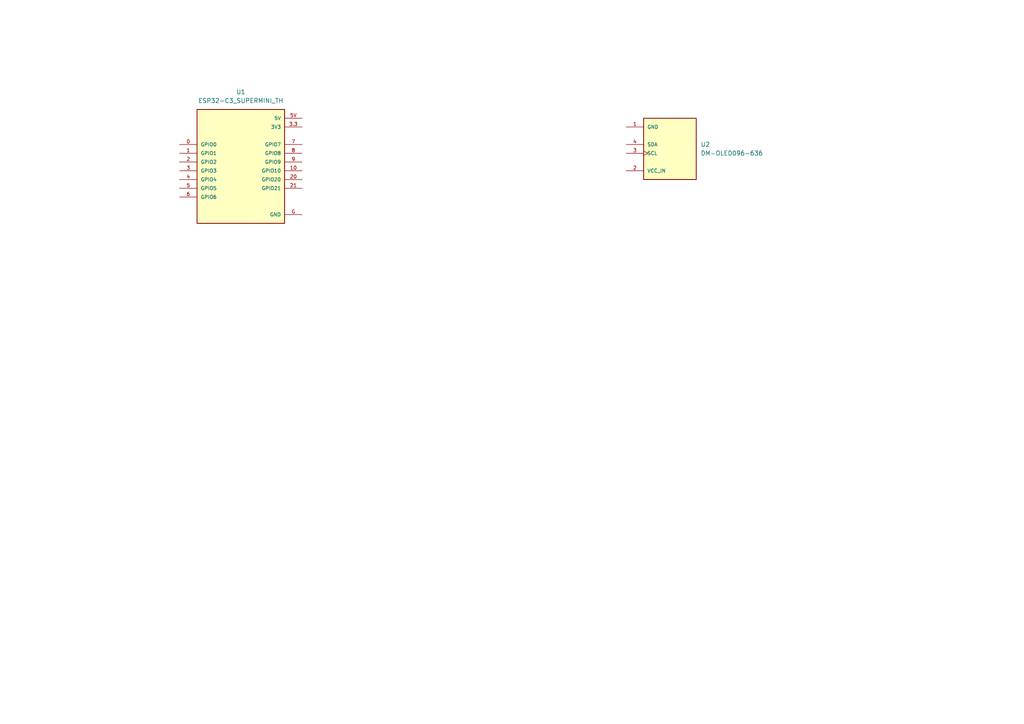
<source format=kicad_sch>
(kicad_sch (version 20250114) (generator "eeschema") (generator_version "9.0")
  (paper "A4")
  (lib_symbols
    (symbol "DM-OLED096-636:DM-OLED096-636" (pin_names (offset 1.016))
      (property "Reference" "U" (at -7.62 10.922 0))
      (property "Value" "DM-OLED096-636" (at -7.62 -10.16 0))
      (symbol "DM-OLED096-636_0_0"
        (rectangle (start -7.62 -7.62) (end 7.62 10.16) (stroke (width 0.254)) (fill (type background)))
        (pin power_in line (at 12.7 7.62 180) (length 5.08) (name "VCC_IN") (number "2"))
        (pin input clock (at 12.7 2.54 180) (length 5.08) (name "SCL") (number "3"))
        (pin bidirectional line (at 12.7 0 180) (length 5.08) (name "SDA") (number "4"))
        (pin power_in line (at 12.7 -5.08 180) (length 5.08) (name "GND") (number "1"))
      )
    )
    (symbol "ESP32-C3_SUPERMINI_TH:ESP32-C3_SUPERMINI_TH" (pin_names (offset 1.016))
      (property "Reference" "U" (at -12.7 16.002 0))
      (property "Value" "ESP32-C3_SUPERMINI_TH" (at -12.7 -20.32 0))
      (symbol "ESP32-C3_SUPERMINI_TH_0_0"
        (rectangle (start -12.7 -17.78) (end 12.7 15.24) (stroke (width 0.254)) (fill (type background)))
        (pin bidirectional line (at -17.78 5.08 0) (length 5.08) (name "GPIO0") (number "0"))
        (pin bidirectional line (at -17.78 2.54 0) (length 5.08) (name "GPIO1") (number "1"))
        (pin bidirectional line (at -17.78 0 0) (length 5.08) (name "GPIO2") (number "2"))
        (pin bidirectional line (at -17.78 -2.54 0) (length 5.08) (name "GPIO3") (number "3"))
        (pin bidirectional line (at -17.78 -5.08 0) (length 5.08) (name "GPIO4") (number "4"))
        (pin bidirectional line (at -17.78 -7.62 0) (length 5.08) (name "GPIO5") (number "5"))
        (pin bidirectional line (at -17.78 -10.16 0) (length 5.08) (name "GPIO6") (number "6"))
        (pin power_in line (at 17.78 12.7 180) (length 5.08) (name "5V") (number "5V"))
        (pin power_in line (at 17.78 10.16 180) (length 5.08) (name "3V3") (number "3.3"))
        (pin bidirectional line (at 17.78 5.08 180) (length 5.08) (name "GPIO7") (number "7"))
        (pin bidirectional line (at 17.78 2.54 180) (length 5.08) (name "GPIO8") (number "8"))
        (pin bidirectional line (at 17.78 0 180) (length 5.08) (name "GPIO9") (number "9"))
        (pin bidirectional line (at 17.78 -2.54 180) (length 5.08) (name "GPIO10") (number "10"))
        (pin bidirectional line (at 17.78 -5.08 180) (length 5.08) (name "GPIO20") (number "20"))
        (pin bidirectional line (at 17.78 -7.62 180) (length 5.08) (name "GPIO21") (number "21"))
        (pin power_in line (at 17.78 -15.24 180) (length 5.08) (name "GND") (number "G"))
      )
    )
  )
  (symbol (lib_id "ESP32-C3_SUPERMINI_TH:ESP32-C3_SUPERMINI_TH") (at 69.85 46.99 0) (unit 1)
    (property "Reference" "U1" (at 69.85 26.67 0))
    (property "Value" "ESP32-C3_SUPERMINI_TH" (at 69.85 29.21 0))
    (property "Footprint" "footprints:MODULE_ESP32-C3_SUPERMINI_TH" (effects (hide yes)))
    (property "MF" "Espressif Systems" (effects (hide yes)))
    (property "Description_1" "Super tiny ESP32-C3 board" (effects (hide yes)))
    (property "CREATOR" "DIZAR" (effects (hide yes)))
    (property "Price" "None" (effects (hide yes)))
    (property "Package" "Package" (effects (hide yes)))
    (property "Check_prices" "https://www.snapeda.com/parts/ESP32-C3%20SuperMini_TH/Espressif+Systems/view-part/?ref=eda" (effects (hide yes)))
    (property "STANDARD" "IPC-7351B" (effects (hide yes)))
    (property "SnapEDA_Link" "https://www.snapeda.com/parts/ESP32-C3%20SuperMini_TH/Espressif+Systems/view-part/?ref=snap" (effects (hide yes)))
    (property "MP" "ESP32-C3 SuperMini_TH" (effects (hide yes)))
    (property "Availability" "Not in stock" (effects (hide yes)))
    (property "MANUFACTURER" "Espressif Systems" (effects (hide yes)))
  )
  (symbol (lib_id "DM-OLED096-636:DM-OLED096-636") (at 194.31 41.91 180) (unit 1)
    (property "Reference" "U2" (at 203.2 41.9099 0) (effects (justify right)))
    (property "Value" "DM-OLED096-636" (at 203.2 44.4499 0) (effects (justify right)))
    (property "Footprint" "DM-OLED096-636:MODULE_DM-OLED096-636" (effects (hide yes)))
    (property "MF" "Display Module" (effects (hide yes)))
    (property "MAXIMUM_PACKAGE_HEIGHT" "11.3 mm" (effects (hide yes)))
    (property "Package" "Package" (effects (hide yes)))
    (property "Price" "None" (effects (hide yes)))
    (property "Check_prices" "https://www.snapeda.com/parts/DM-OLED096-636/Display+Module/view-part/?ref=eda" (effects (hide yes)))
    (property "STANDARD" "Manufacturer Recommendations" (effects (hide yes)))
    (property "PARTREV" "2018-09-10" (effects (hide yes)))
    (property "SnapEDA_Link" "https://www.snapeda.com/parts/DM-OLED096-636/Display+Module/view-part/?ref=snap" (effects (hide yes)))
    (property "MP" "DM-OLED096-636" (effects (hide yes)))
    (property "Description_1" "0.96” 128 X 64 MONOCHROME GRAPHIC OLED DISPLAY MODULE - I2C" (effects (hide yes)))
    (property "Availability" "Not in stock" (effects (hide yes)))
    (property "MANUFACTURER" "Displaymodule" (effects (hide yes)))
  )
)
</source>
